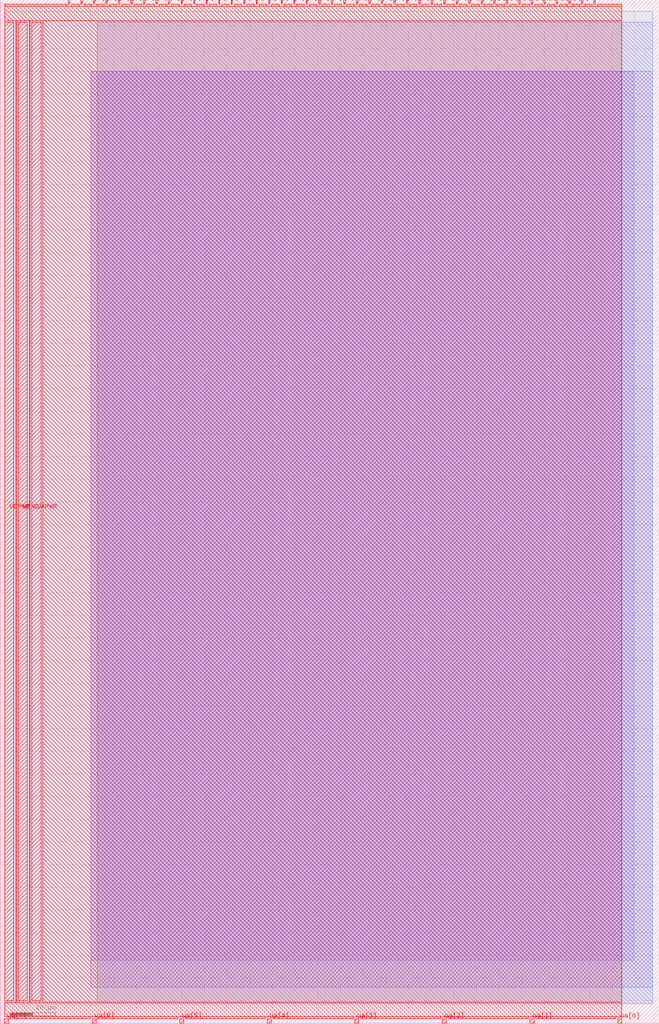
<source format=lef>
MACRO tt_um_tt08_analog_test
  CLASS BLOCK ;
  FOREIGN tt_um_tt08_analog_test ;
  ORIGIN 0.000 0.000 ;
  SIZE 145.360 BY 225.760 ;
  PIN clk
    DIRECTION INPUT ;
    USE SIGNAL ;
    ANTENNAGATEAREA 0.852000 ;
    PORT
      LAYER met4 ;
        RECT 128.190 224.760 128.490 225.760 ;
    END
  END clk
  PIN ena
    DIRECTION INPUT ;
    USE SIGNAL ;
    PORT
      LAYER met4 ;
        RECT 130.950 224.760 131.250 225.760 ;
    END
  END ena
  PIN rst_n
    DIRECTION INPUT ;
    USE SIGNAL ;
    ANTENNAGATEAREA 0.196500 ;
    PORT
      LAYER met4 ;
        RECT 125.430 224.760 125.730 225.760 ;
    END
  END rst_n
  PIN ua[0]
    DIRECTION INOUT ;
    USE SIGNAL ;
    PORT
      LAYER met4 ;
        RECT 136.170 0.000 137.070 1.000 ;
    END
  END ua[0]
  PIN ua[1]
    DIRECTION INOUT ;
    USE SIGNAL ;
    PORT
      LAYER met4 ;
        RECT 116.850 0.000 117.750 1.000 ;
    END
  END ua[1]
  PIN ua[2]
    DIRECTION INOUT ;
    USE SIGNAL ;
    PORT
      LAYER met4 ;
        RECT 97.530 0.000 98.430 1.000 ;
    END
  END ua[2]
  PIN ua[3]
    DIRECTION INOUT ;
    USE SIGNAL ;
    PORT
      LAYER met4 ;
        RECT 78.210 0.000 79.110 1.000 ;
    END
  END ua[3]
  PIN ua[4]
    DIRECTION INOUT ;
    USE SIGNAL ;
    PORT
      LAYER met4 ;
        RECT 58.890 0.000 59.790 1.000 ;
    END
  END ua[4]
  PIN ua[5]
    DIRECTION INOUT ;
    USE SIGNAL ;
    PORT
      LAYER met4 ;
        RECT 39.570 0.000 40.470 1.000 ;
    END
  END ua[5]
  PIN ua[6]
    DIRECTION INOUT ;
    USE SIGNAL ;
    PORT
      LAYER met4 ;
        RECT 20.250 0.000 21.150 1.000 ;
    END
  END ua[6]
  PIN ua[7]
    DIRECTION INOUT ;
    USE SIGNAL ;
    PORT
      LAYER met4 ;
        RECT 0.930 0.000 1.830 1.000 ;
    END
  END ua[7]
  PIN ui_in[0]
    DIRECTION INPUT ;
    USE SIGNAL ;
    ANTENNAGATEAREA 0.196500 ;
    PORT
      LAYER met4 ;
        RECT 122.670 224.760 122.970 225.760 ;
    END
  END ui_in[0]
  PIN ui_in[1]
    DIRECTION INPUT ;
    USE SIGNAL ;
    ANTENNAGATEAREA 0.196500 ;
    PORT
      LAYER met4 ;
        RECT 119.910 224.760 120.210 225.760 ;
    END
  END ui_in[1]
  PIN ui_in[2]
    DIRECTION INPUT ;
    USE SIGNAL ;
    ANTENNAGATEAREA 0.196500 ;
    PORT
      LAYER met4 ;
        RECT 117.150 224.760 117.450 225.760 ;
    END
  END ui_in[2]
  PIN ui_in[3]
    DIRECTION INPUT ;
    USE SIGNAL ;
    ANTENNAGATEAREA 0.196500 ;
    PORT
      LAYER met4 ;
        RECT 114.390 224.760 114.690 225.760 ;
    END
  END ui_in[3]
  PIN ui_in[4]
    DIRECTION INPUT ;
    USE SIGNAL ;
    ANTENNAGATEAREA 0.196500 ;
    PORT
      LAYER met4 ;
        RECT 111.630 224.760 111.930 225.760 ;
    END
  END ui_in[4]
  PIN ui_in[5]
    DIRECTION INPUT ;
    USE SIGNAL ;
    ANTENNAGATEAREA 0.196500 ;
    PORT
      LAYER met4 ;
        RECT 108.870 224.760 109.170 225.760 ;
    END
  END ui_in[5]
  PIN ui_in[6]
    DIRECTION INPUT ;
    USE SIGNAL ;
    ANTENNAGATEAREA 0.196500 ;
    PORT
      LAYER met4 ;
        RECT 106.110 224.760 106.410 225.760 ;
    END
  END ui_in[6]
  PIN ui_in[7]
    DIRECTION INPUT ;
    USE SIGNAL ;
    ANTENNAGATEAREA 0.196500 ;
    PORT
      LAYER met4 ;
        RECT 103.350 224.760 103.650 225.760 ;
    END
  END ui_in[7]
  PIN uio_in[0]
    DIRECTION INPUT ;
    USE SIGNAL ;
    ANTENNAGATEAREA 0.196500 ;
    PORT
      LAYER met4 ;
        RECT 100.590 224.760 100.890 225.760 ;
    END
  END uio_in[0]
  PIN uio_in[1]
    DIRECTION INPUT ;
    USE SIGNAL ;
    ANTENNAGATEAREA 0.126000 ;
    PORT
      LAYER met4 ;
        RECT 97.830 224.760 98.130 225.760 ;
    END
  END uio_in[1]
  PIN uio_in[2]
    DIRECTION INPUT ;
    USE SIGNAL ;
    PORT
      LAYER met4 ;
        RECT 95.070 224.760 95.370 225.760 ;
    END
  END uio_in[2]
  PIN uio_in[3]
    DIRECTION INPUT ;
    USE SIGNAL ;
    PORT
      LAYER met4 ;
        RECT 92.310 224.760 92.610 225.760 ;
    END
  END uio_in[3]
  PIN uio_in[4]
    DIRECTION INPUT ;
    USE SIGNAL ;
    PORT
      LAYER met4 ;
        RECT 89.550 224.760 89.850 225.760 ;
    END
  END uio_in[4]
  PIN uio_in[5]
    DIRECTION INPUT ;
    USE SIGNAL ;
    PORT
      LAYER met4 ;
        RECT 86.790 224.760 87.090 225.760 ;
    END
  END uio_in[5]
  PIN uio_in[6]
    DIRECTION INPUT ;
    USE SIGNAL ;
    PORT
      LAYER met4 ;
        RECT 84.030 224.760 84.330 225.760 ;
    END
  END uio_in[6]
  PIN uio_in[7]
    DIRECTION INPUT ;
    USE SIGNAL ;
    PORT
      LAYER met4 ;
        RECT 81.270 224.760 81.570 225.760 ;
    END
  END uio_in[7]
  PIN uio_oe[0]
    DIRECTION OUTPUT ;
    USE SIGNAL ;
    ANTENNAGATEAREA 1615.581299 ;
    ANTENNADIFFAREA 398.181396 ;
    PORT
      LAYER met4 ;
        RECT 34.350 224.760 34.650 225.760 ;
    END
  END uio_oe[0]
  PIN uio_oe[1]
    DIRECTION OUTPUT ;
    USE SIGNAL ;
    ANTENNAGATEAREA 1615.581299 ;
    ANTENNADIFFAREA 398.181396 ;
    PORT
      LAYER met4 ;
        RECT 31.590 224.760 31.890 225.760 ;
    END
  END uio_oe[1]
  PIN uio_oe[2]
    DIRECTION OUTPUT ;
    USE SIGNAL ;
    ANTENNAGATEAREA 1615.581299 ;
    ANTENNADIFFAREA 398.181396 ;
    PORT
      LAYER met4 ;
        RECT 28.830 224.760 29.130 225.760 ;
    END
  END uio_oe[2]
  PIN uio_oe[3]
    DIRECTION OUTPUT ;
    USE SIGNAL ;
    ANTENNAGATEAREA 1615.581299 ;
    ANTENNADIFFAREA 398.181396 ;
    PORT
      LAYER met4 ;
        RECT 26.070 224.760 26.370 225.760 ;
    END
  END uio_oe[3]
  PIN uio_oe[4]
    DIRECTION OUTPUT ;
    USE SIGNAL ;
    ANTENNAGATEAREA 1615.581299 ;
    ANTENNADIFFAREA 398.181396 ;
    PORT
      LAYER met4 ;
        RECT 23.310 224.760 23.610 225.760 ;
    END
  END uio_oe[4]
  PIN uio_oe[5]
    DIRECTION OUTPUT ;
    USE SIGNAL ;
    ANTENNAGATEAREA 1615.581299 ;
    ANTENNADIFFAREA 398.181396 ;
    PORT
      LAYER met4 ;
        RECT 20.550 224.760 20.850 225.760 ;
    END
  END uio_oe[5]
  PIN uio_oe[6]
    DIRECTION OUTPUT ;
    USE SIGNAL ;
    ANTENNAGATEAREA 1615.581299 ;
    ANTENNADIFFAREA 398.181396 ;
    PORT
      LAYER met4 ;
        RECT 17.790 224.760 18.090 225.760 ;
    END
  END uio_oe[6]
  PIN uio_oe[7]
    DIRECTION OUTPUT ;
    USE SIGNAL ;
    ANTENNAGATEAREA 1615.581299 ;
    ANTENNADIFFAREA 398.181396 ;
    PORT
      LAYER met4 ;
        RECT 15.030 224.760 15.330 225.760 ;
    END
  END uio_oe[7]
  PIN uio_out[0]
    DIRECTION OUTPUT ;
    USE SIGNAL ;
    ANTENNAGATEAREA 1615.581299 ;
    ANTENNADIFFAREA 398.181396 ;
    PORT
      LAYER met4 ;
        RECT 56.430 224.760 56.730 225.760 ;
    END
  END uio_out[0]
  PIN uio_out[1]
    DIRECTION OUTPUT ;
    USE SIGNAL ;
    ANTENNAGATEAREA 1615.581299 ;
    ANTENNADIFFAREA 398.181396 ;
    PORT
      LAYER met4 ;
        RECT 53.670 224.760 53.970 225.760 ;
    END
  END uio_out[1]
  PIN uio_out[2]
    DIRECTION OUTPUT ;
    USE SIGNAL ;
    ANTENNAGATEAREA 1615.581299 ;
    ANTENNADIFFAREA 398.181396 ;
    PORT
      LAYER met4 ;
        RECT 50.910 224.760 51.210 225.760 ;
    END
  END uio_out[2]
  PIN uio_out[3]
    DIRECTION OUTPUT ;
    USE SIGNAL ;
    ANTENNAGATEAREA 1615.581299 ;
    ANTENNADIFFAREA 398.181396 ;
    PORT
      LAYER met4 ;
        RECT 48.150 224.760 48.450 225.760 ;
    END
  END uio_out[3]
  PIN uio_out[4]
    DIRECTION OUTPUT ;
    USE SIGNAL ;
    ANTENNAGATEAREA 1615.581299 ;
    ANTENNADIFFAREA 398.181396 ;
    PORT
      LAYER met4 ;
        RECT 45.390 224.760 45.690 225.760 ;
    END
  END uio_out[4]
  PIN uio_out[5]
    DIRECTION OUTPUT ;
    USE SIGNAL ;
    ANTENNAGATEAREA 1615.581299 ;
    ANTENNADIFFAREA 398.181396 ;
    PORT
      LAYER met4 ;
        RECT 42.630 224.760 42.930 225.760 ;
    END
  END uio_out[5]
  PIN uio_out[6]
    DIRECTION OUTPUT ;
    USE SIGNAL ;
    ANTENNAGATEAREA 1615.581299 ;
    ANTENNADIFFAREA 398.181396 ;
    PORT
      LAYER met4 ;
        RECT 39.870 224.760 40.170 225.760 ;
    END
  END uio_out[6]
  PIN uio_out[7]
    DIRECTION OUTPUT ;
    USE SIGNAL ;
    ANTENNAGATEAREA 1615.581299 ;
    ANTENNADIFFAREA 398.181396 ;
    PORT
      LAYER met4 ;
        RECT 37.110 224.760 37.410 225.760 ;
    END
  END uio_out[7]
  PIN uo_out[0]
    DIRECTION OUTPUT ;
    USE SIGNAL ;
    ANTENNAGATEAREA 1615.581299 ;
    ANTENNADIFFAREA 398.181396 ;
    PORT
      LAYER met4 ;
        RECT 78.510 224.760 78.810 225.760 ;
    END
  END uo_out[0]
  PIN uo_out[1]
    DIRECTION OUTPUT ;
    USE SIGNAL ;
    ANTENNAGATEAREA 1615.581299 ;
    ANTENNADIFFAREA 398.181396 ;
    PORT
      LAYER met4 ;
        RECT 75.750 224.760 76.050 225.760 ;
    END
  END uo_out[1]
  PIN uo_out[2]
    DIRECTION OUTPUT ;
    USE SIGNAL ;
    ANTENNAGATEAREA 1615.581299 ;
    ANTENNADIFFAREA 398.181396 ;
    PORT
      LAYER met4 ;
        RECT 72.990 224.760 73.290 225.760 ;
    END
  END uo_out[2]
  PIN uo_out[3]
    DIRECTION OUTPUT ;
    USE SIGNAL ;
    ANTENNAGATEAREA 1615.581299 ;
    ANTENNADIFFAREA 398.181396 ;
    PORT
      LAYER met4 ;
        RECT 70.230 224.760 70.530 225.760 ;
    END
  END uo_out[3]
  PIN uo_out[4]
    DIRECTION OUTPUT ;
    USE SIGNAL ;
    ANTENNAGATEAREA 1615.581299 ;
    ANTENNADIFFAREA 398.181396 ;
    PORT
      LAYER met4 ;
        RECT 67.470 224.760 67.770 225.760 ;
    END
  END uo_out[4]
  PIN uo_out[5]
    DIRECTION OUTPUT ;
    USE SIGNAL ;
    ANTENNAGATEAREA 1615.581299 ;
    ANTENNADIFFAREA 398.181396 ;
    PORT
      LAYER met4 ;
        RECT 64.710 224.760 65.010 225.760 ;
    END
  END uo_out[5]
  PIN uo_out[6]
    DIRECTION OUTPUT ;
    USE SIGNAL ;
    ANTENNAGATEAREA 1615.581299 ;
    ANTENNADIFFAREA 398.181396 ;
    PORT
      LAYER met4 ;
        RECT 61.950 224.760 62.250 225.760 ;
    END
  END uo_out[6]
  PIN uo_out[7]
    DIRECTION OUTPUT ;
    USE SIGNAL ;
    ANTENNAGATEAREA 1615.581299 ;
    ANTENNADIFFAREA 398.181396 ;
    PORT
      LAYER met4 ;
        RECT 59.190 224.760 59.490 225.760 ;
    END
  END uo_out[7]
  PIN VDPWR
    DIRECTION INOUT ;
    USE POWER ;
    PORT
      LAYER met4 ;
        RECT 1.000 5.000 3.000 220.760 ;
    END
  END VDPWR
  PIN VGND
    DIRECTION INOUT ;
    USE GROUND ;
    PORT
      LAYER met4 ;
        RECT 4.000 5.000 6.000 220.760 ;
    END
  END VGND
  PIN VAPWR
    DIRECTION INOUT ;
    USE POWER ;
    PORT
      LAYER met4 ;
        RECT 7.000 5.000 9.000 220.760 ;
    END
  END VAPWR
  OBS
      LAYER li1 ;
        RECT 19.925 13.950 139.780 209.865 ;
      LAYER met1 ;
        RECT 19.925 7.890 143.975 210.020 ;
      LAYER met2 ;
        RECT 21.395 4.330 143.880 220.805 ;
      LAYER met3 ;
        RECT 0.960 4.325 143.880 223.190 ;
      LAYER met4 ;
        RECT 0.985 224.360 14.630 224.760 ;
        RECT 15.730 224.360 17.390 224.760 ;
        RECT 18.490 224.360 20.150 224.760 ;
        RECT 21.250 224.360 22.910 224.760 ;
        RECT 24.010 224.360 25.670 224.760 ;
        RECT 26.770 224.360 28.430 224.760 ;
        RECT 29.530 224.360 31.190 224.760 ;
        RECT 32.290 224.360 33.950 224.760 ;
        RECT 35.050 224.360 36.710 224.760 ;
        RECT 37.810 224.360 39.470 224.760 ;
        RECT 40.570 224.360 42.230 224.760 ;
        RECT 43.330 224.360 44.990 224.760 ;
        RECT 46.090 224.360 47.750 224.760 ;
        RECT 48.850 224.360 50.510 224.760 ;
        RECT 51.610 224.360 53.270 224.760 ;
        RECT 54.370 224.360 56.030 224.760 ;
        RECT 57.130 224.360 58.790 224.760 ;
        RECT 59.890 224.360 61.550 224.760 ;
        RECT 62.650 224.360 64.310 224.760 ;
        RECT 65.410 224.360 67.070 224.760 ;
        RECT 68.170 224.360 69.830 224.760 ;
        RECT 70.930 224.360 72.590 224.760 ;
        RECT 73.690 224.360 75.350 224.760 ;
        RECT 76.450 224.360 78.110 224.760 ;
        RECT 79.210 224.360 80.870 224.760 ;
        RECT 81.970 224.360 83.630 224.760 ;
        RECT 84.730 224.360 86.390 224.760 ;
        RECT 87.490 224.360 89.150 224.760 ;
        RECT 90.250 224.360 91.910 224.760 ;
        RECT 93.010 224.360 94.670 224.760 ;
        RECT 95.770 224.360 97.430 224.760 ;
        RECT 98.530 224.360 100.190 224.760 ;
        RECT 101.290 224.360 102.950 224.760 ;
        RECT 104.050 224.360 105.710 224.760 ;
        RECT 106.810 224.360 108.470 224.760 ;
        RECT 109.570 224.360 111.230 224.760 ;
        RECT 112.330 224.360 113.990 224.760 ;
        RECT 115.090 224.360 116.750 224.760 ;
        RECT 117.850 224.360 119.510 224.760 ;
        RECT 120.610 224.360 122.270 224.760 ;
        RECT 123.370 224.360 125.030 224.760 ;
        RECT 126.130 224.360 127.790 224.760 ;
        RECT 128.890 224.360 130.550 224.760 ;
        RECT 131.650 224.360 137.070 224.760 ;
        RECT 0.985 221.160 137.070 224.360 ;
        RECT 3.400 4.600 3.600 221.160 ;
        RECT 6.400 4.600 6.600 221.160 ;
        RECT 9.400 4.600 137.070 221.160 ;
        RECT 0.985 1.400 137.070 4.600 ;
        RECT 2.230 1.000 19.850 1.400 ;
        RECT 21.550 1.000 39.170 1.400 ;
        RECT 40.870 1.000 58.490 1.400 ;
        RECT 60.190 1.000 77.810 1.400 ;
        RECT 79.510 1.000 97.130 1.400 ;
        RECT 98.830 1.000 116.450 1.400 ;
        RECT 118.150 1.000 135.770 1.400 ;
  END
END tt_um_tt08_analog_test
END LIBRARY


</source>
